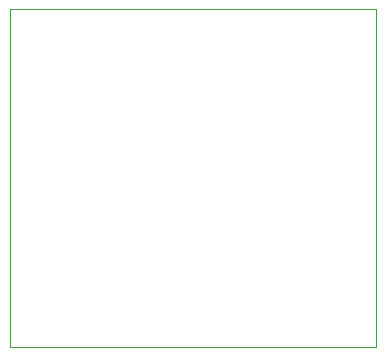
<source format=gbp>
G04 #@! TF.GenerationSoftware,KiCad,Pcbnew,8.0.4-8.0.4-0~ubuntu24.04.1*
G04 #@! TF.CreationDate,2024-08-29T21:10:08+02:00*
G04 #@! TF.ProjectId,ESP32-C3-WROOM_flexypin,45535033-322d-4433-932d-57524f4f4d5f,rev?*
G04 #@! TF.SameCoordinates,Original*
G04 #@! TF.FileFunction,Paste,Bot*
G04 #@! TF.FilePolarity,Positive*
%FSLAX46Y46*%
G04 Gerber Fmt 4.6, Leading zero omitted, Abs format (unit mm)*
G04 Created by KiCad (PCBNEW 8.0.4-8.0.4-0~ubuntu24.04.1) date 2024-08-29 21:10:08*
%MOMM*%
%LPD*%
G01*
G04 APERTURE LIST*
G04 #@! TA.AperFunction,Profile*
%ADD10C,0.100000*%
G04 #@! TD*
G04 APERTURE END LIST*
D10*
X132588000Y-80200000D02*
X163576000Y-80200000D01*
X163576000Y-108800000D02*
X132588000Y-108800000D01*
X163576000Y-80200000D02*
X163576000Y-108800000D01*
X132588000Y-108800000D02*
X132588000Y-80200000D01*
M02*

</source>
